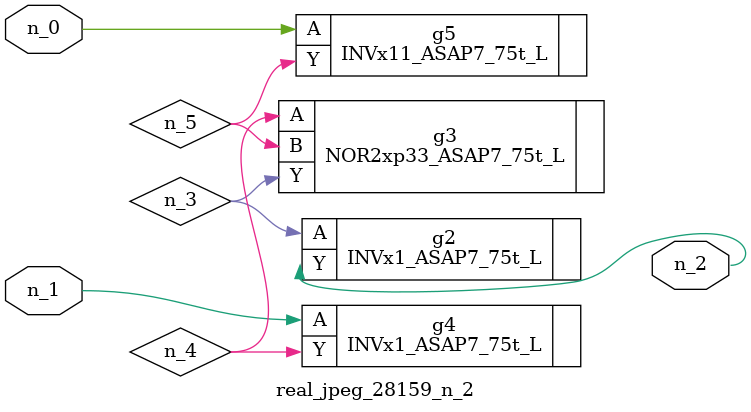
<source format=v>
module real_jpeg_28159_n_2 (n_1, n_0, n_2);

input n_1;
input n_0;

output n_2;

wire n_5;
wire n_4;
wire n_3;

INVx11_ASAP7_75t_L g5 ( 
.A(n_0),
.Y(n_5)
);

INVx1_ASAP7_75t_L g4 ( 
.A(n_1),
.Y(n_4)
);

INVx1_ASAP7_75t_L g2 ( 
.A(n_3),
.Y(n_2)
);

NOR2xp33_ASAP7_75t_L g3 ( 
.A(n_4),
.B(n_5),
.Y(n_3)
);


endmodule
</source>
